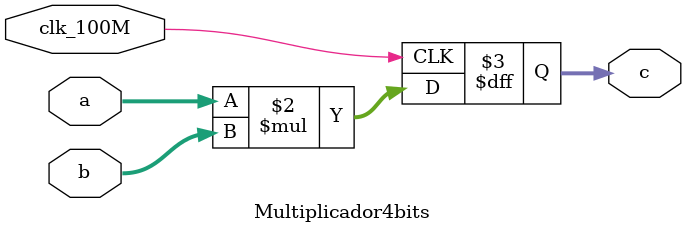
<source format=v>
module Multiplicador4bits (
	input clk_100M,
	input [3:0] a,
	input [3:0] b,
	output reg [7:0] c
);

always @(posedge clk_100M)
begin
	c <= a * b;
end

endmodule
</source>
